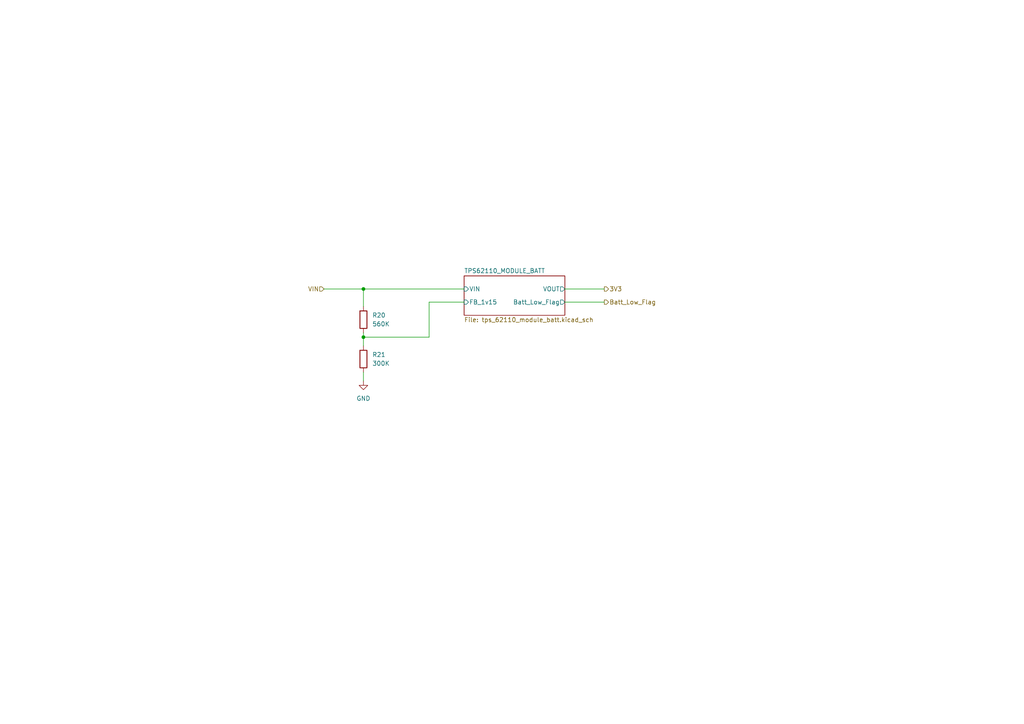
<source format=kicad_sch>
(kicad_sch (version 20211123) (generator eeschema)
  (paper "A4")
  (lib_symbols
    (symbol "Device:R" (pin_numbers hide) (pin_names (offset 0))
      (property "Reference" "R" (at 2.032 0 90))
      (property "Value" "R" (at 0 0 90))
      (symbol "R_0_1"
        (rectangle (start -1.016 -2.54) (end 1.016 2.54) (stroke (width 0.254)))
      )
      (symbol "R_1_1"
        (pin passive line (at 0 3.81 270) (length 1.27) (name "~") (number "1"))
        (pin passive line (at 0 -3.81 90) (length 1.27) (name "~") (number "2"))
      )
    )
    (symbol "power:GND" (power) (pin_names (offset 0))
      (property "Value" "GND" (at 0 -3.81 0))
      (symbol "GND_0_1"
        (polyline (pts (xy 0 0) (xy 0 -1.27) (xy 1.27 -1.27) (xy 0 -2.54) (xy -1.27 -1.27) (xy 0 -1.27)))
      )
      (symbol "GND_1_1"
        (pin power_in line (at 0 0 270) (length 0) hide (name "GND") (number "1"))
      )
    )
  )
  (junction (at 105.41 83.82))
  (junction (at 105.41 97.79))
  (wire (pts (xy 105.41 97.79) (xy 124.46 97.79)))
  (wire (pts (xy 124.46 97.79) (xy 124.46 87.63)))
  (wire (pts (xy 93.98 83.82) (xy 105.41 83.82)))
  (wire (pts (xy 105.41 97.79) (xy 105.41 100.33)))
  (wire (pts (xy 163.83 83.82) (xy 175.26 83.82)))
  (wire (pts (xy 124.46 87.63) (xy 134.62 87.63)))
  (wire (pts (xy 105.41 110.49) (xy 105.41 107.95)))
  (wire (pts (xy 105.41 88.9) (xy 105.41 83.82)))
  (wire (pts (xy 105.41 83.82) (xy 134.62 83.82)))
  (wire (pts (xy 105.41 96.52) (xy 105.41 97.79)))
  (wire (pts (xy 163.83 87.63) (xy 175.26 87.63)))
  (hierarchical_label "3V3" (shape output) (at 175.26 83.82 0))
  (hierarchical_label "Batt_Low_Flag" (shape output) (at 175.26 87.63 0))
  (hierarchical_label "VIN" (shape input) (at 93.98 83.82 180))
  (symbol (lib_id "Device:R") (at 105.41 92.71 0) (unit 1)
    (property "Reference" "R20" (at 107.95 91.4399 0) (effects (justify left)))
    (property "Value" "560K" (at 107.95 93.9799 0) (effects (justify left)))
    (property "Footprint" "Resistor_SMD:R_1206_3216Metric" (effects hide))
  )
  (symbol (lib_id "Device:R") (at 105.41 104.14 0) (unit 1)
    (property "Reference" "R21" (at 107.95 102.8699 0) (effects (justify left)))
    (property "Value" "300K" (at 107.95 105.4099 0) (effects (justify left)))
    (property "Footprint" "Resistor_SMD:R_1206_3216Metric" (effects hide))
  )
  (symbol (lib_id "power:GND") (at 105.41 110.49 0) (unit 1)
    (property "Reference" "#PWR041" (effects hide))
    (property "Value" "GND" (at 105.41 115.57 0))
  )
  (sheet (at 134.62 80.01) (size 29.21 11.43) (stroke (width 0.1524))
    (property "Sheet name" "TPS62110_MODULE_BATT" (at 134.62 79.2984 0) (effects (justify left bottom)))
    (property "Sheet file" "tps_62110_module_batt.kicad_sch" (at 134.62 92.0246 0) (effects (justify left top)))
    (pin "FB_1v15" input (at 134.62 87.63 180))
    (pin "Batt_Low_Flag" output (at 163.83 87.63 0))
    (pin "VOUT" output (at 163.83 83.82 0))
    (pin "VIN" input (at 134.62 83.82 180))
  )
)
</source>
